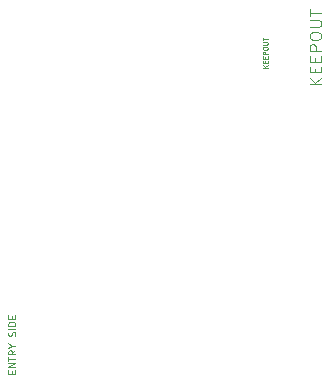
<source format=gbr>
G04 #@! TF.GenerationSoftware,KiCad,Pcbnew,(5.1.2)-2*
G04 #@! TF.CreationDate,2020-04-10T09:33:15+02:00*
G04 #@! TF.ProjectId,AfriCubePiPluginBoard,41667269-4375-4626-9550-69506c756769,rev?*
G04 #@! TF.SameCoordinates,Original*
G04 #@! TF.FileFunction,Other,Comment*
%FSLAX46Y46*%
G04 Gerber Fmt 4.6, Leading zero omitted, Abs format (unit mm)*
G04 Created by KiCad (PCBNEW (5.1.2)-2) date 2020-04-10 09:33:15*
%MOMM*%
%LPD*%
G04 APERTURE LIST*
%ADD10C,0.100000*%
%ADD11C,0.060000*%
G04 APERTURE END LIST*
D10*
X179632380Y-75760238D02*
X178632380Y-75760238D01*
X179632380Y-75188809D02*
X179060952Y-75617380D01*
X178632380Y-75188809D02*
X179203809Y-75760238D01*
X179108571Y-74760238D02*
X179108571Y-74426904D01*
X179632380Y-74284047D02*
X179632380Y-74760238D01*
X178632380Y-74760238D01*
X178632380Y-74284047D01*
X179108571Y-73855476D02*
X179108571Y-73522142D01*
X179632380Y-73379285D02*
X179632380Y-73855476D01*
X178632380Y-73855476D01*
X178632380Y-73379285D01*
X179632380Y-72950714D02*
X178632380Y-72950714D01*
X178632380Y-72569761D01*
X178680000Y-72474523D01*
X178727619Y-72426904D01*
X178822857Y-72379285D01*
X178965714Y-72379285D01*
X179060952Y-72426904D01*
X179108571Y-72474523D01*
X179156190Y-72569761D01*
X179156190Y-72950714D01*
X178632380Y-71760238D02*
X178632380Y-71569761D01*
X178680000Y-71474523D01*
X178775238Y-71379285D01*
X178965714Y-71331666D01*
X179299047Y-71331666D01*
X179489523Y-71379285D01*
X179584761Y-71474523D01*
X179632380Y-71569761D01*
X179632380Y-71760238D01*
X179584761Y-71855476D01*
X179489523Y-71950714D01*
X179299047Y-71998333D01*
X178965714Y-71998333D01*
X178775238Y-71950714D01*
X178680000Y-71855476D01*
X178632380Y-71760238D01*
X178632380Y-70903095D02*
X179441904Y-70903095D01*
X179537142Y-70855476D01*
X179584761Y-70807857D01*
X179632380Y-70712619D01*
X179632380Y-70522142D01*
X179584761Y-70426904D01*
X179537142Y-70379285D01*
X179441904Y-70331666D01*
X178632380Y-70331666D01*
X178632380Y-69998333D02*
X178632380Y-69426904D01*
X179632380Y-69712619D02*
X178632380Y-69712619D01*
D11*
X175085952Y-74353095D02*
X174685952Y-74353095D01*
X175085952Y-74124523D02*
X174857380Y-74295952D01*
X174685952Y-74124523D02*
X174914523Y-74353095D01*
X174876428Y-73953095D02*
X174876428Y-73819761D01*
X175085952Y-73762619D02*
X175085952Y-73953095D01*
X174685952Y-73953095D01*
X174685952Y-73762619D01*
X174876428Y-73591190D02*
X174876428Y-73457857D01*
X175085952Y-73400714D02*
X175085952Y-73591190D01*
X174685952Y-73591190D01*
X174685952Y-73400714D01*
X175085952Y-73229285D02*
X174685952Y-73229285D01*
X174685952Y-73076904D01*
X174705000Y-73038809D01*
X174724047Y-73019761D01*
X174762142Y-73000714D01*
X174819285Y-73000714D01*
X174857380Y-73019761D01*
X174876428Y-73038809D01*
X174895476Y-73076904D01*
X174895476Y-73229285D01*
X174685952Y-72753095D02*
X174685952Y-72676904D01*
X174705000Y-72638809D01*
X174743095Y-72600714D01*
X174819285Y-72581666D01*
X174952619Y-72581666D01*
X175028809Y-72600714D01*
X175066904Y-72638809D01*
X175085952Y-72676904D01*
X175085952Y-72753095D01*
X175066904Y-72791190D01*
X175028809Y-72829285D01*
X174952619Y-72848333D01*
X174819285Y-72848333D01*
X174743095Y-72829285D01*
X174705000Y-72791190D01*
X174685952Y-72753095D01*
X174685952Y-72410238D02*
X175009761Y-72410238D01*
X175047857Y-72391190D01*
X175066904Y-72372142D01*
X175085952Y-72334047D01*
X175085952Y-72257857D01*
X175066904Y-72219761D01*
X175047857Y-72200714D01*
X175009761Y-72181666D01*
X174685952Y-72181666D01*
X174685952Y-72048333D02*
X174685952Y-71819761D01*
X175085952Y-71934047D02*
X174685952Y-71934047D01*
X153407142Y-100247142D02*
X153407142Y-100047142D01*
X153721428Y-99961428D02*
X153721428Y-100247142D01*
X153121428Y-100247142D01*
X153121428Y-99961428D01*
X153721428Y-99704285D02*
X153121428Y-99704285D01*
X153721428Y-99361428D01*
X153121428Y-99361428D01*
X153121428Y-99161428D02*
X153121428Y-98818571D01*
X153721428Y-98990000D02*
X153121428Y-98990000D01*
X153721428Y-98275714D02*
X153435714Y-98475714D01*
X153721428Y-98618571D02*
X153121428Y-98618571D01*
X153121428Y-98390000D01*
X153150000Y-98332857D01*
X153178571Y-98304285D01*
X153235714Y-98275714D01*
X153321428Y-98275714D01*
X153378571Y-98304285D01*
X153407142Y-98332857D01*
X153435714Y-98390000D01*
X153435714Y-98618571D01*
X153435714Y-97904285D02*
X153721428Y-97904285D01*
X153121428Y-98104285D02*
X153435714Y-97904285D01*
X153121428Y-97704285D01*
X153692857Y-97075714D02*
X153721428Y-96990000D01*
X153721428Y-96847142D01*
X153692857Y-96790000D01*
X153664285Y-96761428D01*
X153607142Y-96732857D01*
X153550000Y-96732857D01*
X153492857Y-96761428D01*
X153464285Y-96790000D01*
X153435714Y-96847142D01*
X153407142Y-96961428D01*
X153378571Y-97018571D01*
X153350000Y-97047142D01*
X153292857Y-97075714D01*
X153235714Y-97075714D01*
X153178571Y-97047142D01*
X153150000Y-97018571D01*
X153121428Y-96961428D01*
X153121428Y-96818571D01*
X153150000Y-96732857D01*
X153721428Y-96475714D02*
X153121428Y-96475714D01*
X153721428Y-96190000D02*
X153121428Y-96190000D01*
X153121428Y-96047142D01*
X153150000Y-95961428D01*
X153207142Y-95904285D01*
X153264285Y-95875714D01*
X153378571Y-95847142D01*
X153464285Y-95847142D01*
X153578571Y-95875714D01*
X153635714Y-95904285D01*
X153692857Y-95961428D01*
X153721428Y-96047142D01*
X153721428Y-96190000D01*
X153407142Y-95590000D02*
X153407142Y-95390000D01*
X153721428Y-95304285D02*
X153721428Y-95590000D01*
X153121428Y-95590000D01*
X153121428Y-95304285D01*
M02*

</source>
